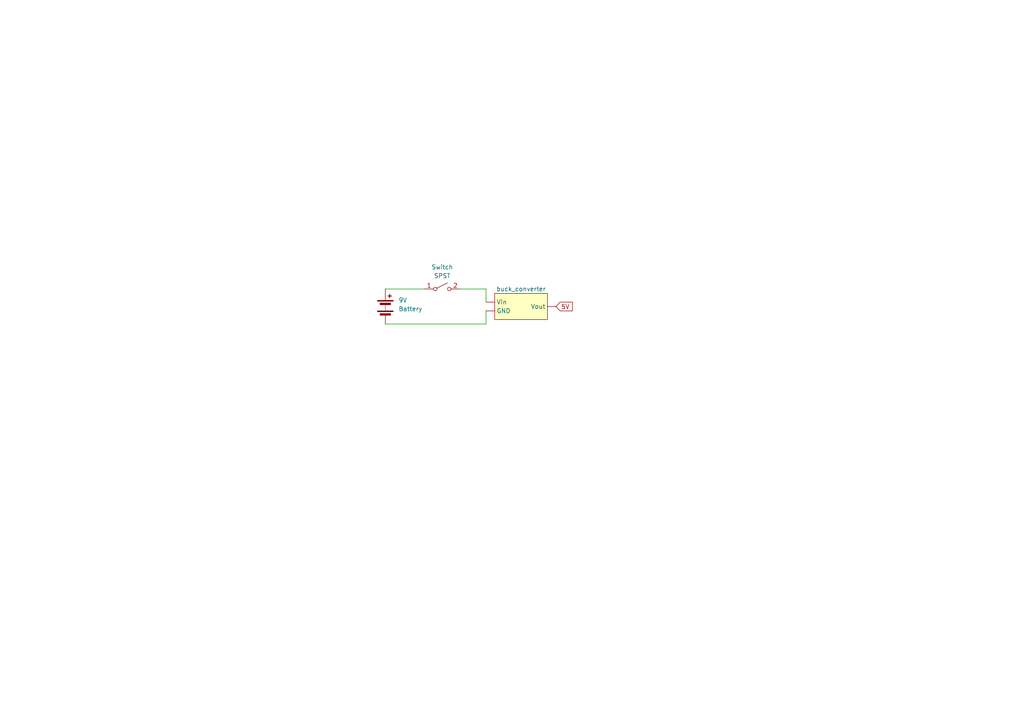
<source format=kicad_sch>
(kicad_sch
	(version 20250114)
	(generator "eeschema")
	(generator_version "9.0")
	(uuid "204f951b-11f9-4b6b-9585-dfce920f6ad7")
	(paper "A4")
	(lib_symbols
		(symbol "Device:Battery"
			(pin_numbers
				(hide yes)
			)
			(pin_names
				(offset 0)
				(hide yes)
			)
			(exclude_from_sim no)
			(in_bom yes)
			(on_board yes)
			(property "Reference" "BT"
				(at 2.54 2.54 0)
				(effects
					(font
						(size 1.27 1.27)
					)
					(justify left)
				)
			)
			(property "Value" "Battery"
				(at 2.54 0 0)
				(effects
					(font
						(size 1.27 1.27)
					)
					(justify left)
				)
			)
			(property "Footprint" ""
				(at 0 1.524 90)
				(effects
					(font
						(size 1.27 1.27)
					)
					(hide yes)
				)
			)
			(property "Datasheet" "~"
				(at 0 1.524 90)
				(effects
					(font
						(size 1.27 1.27)
					)
					(hide yes)
				)
			)
			(property "Description" "Multiple-cell battery"
				(at 0 0 0)
				(effects
					(font
						(size 1.27 1.27)
					)
					(hide yes)
				)
			)
			(property "ki_keywords" "batt voltage-source cell"
				(at 0 0 0)
				(effects
					(font
						(size 1.27 1.27)
					)
					(hide yes)
				)
			)
			(symbol "Battery_0_1"
				(rectangle
					(start -2.286 1.778)
					(end 2.286 1.524)
					(stroke
						(width 0)
						(type default)
					)
					(fill
						(type outline)
					)
				)
				(rectangle
					(start -2.286 -1.27)
					(end 2.286 -1.524)
					(stroke
						(width 0)
						(type default)
					)
					(fill
						(type outline)
					)
				)
				(rectangle
					(start -1.524 1.016)
					(end 1.524 0.508)
					(stroke
						(width 0)
						(type default)
					)
					(fill
						(type outline)
					)
				)
				(rectangle
					(start -1.524 -2.032)
					(end 1.524 -2.54)
					(stroke
						(width 0)
						(type default)
					)
					(fill
						(type outline)
					)
				)
				(polyline
					(pts
						(xy 0 1.778) (xy 0 2.54)
					)
					(stroke
						(width 0)
						(type default)
					)
					(fill
						(type none)
					)
				)
				(polyline
					(pts
						(xy 0 0) (xy 0 0.254)
					)
					(stroke
						(width 0)
						(type default)
					)
					(fill
						(type none)
					)
				)
				(polyline
					(pts
						(xy 0 -0.508) (xy 0 -0.254)
					)
					(stroke
						(width 0)
						(type default)
					)
					(fill
						(type none)
					)
				)
				(polyline
					(pts
						(xy 0 -1.016) (xy 0 -0.762)
					)
					(stroke
						(width 0)
						(type default)
					)
					(fill
						(type none)
					)
				)
				(polyline
					(pts
						(xy 0.762 3.048) (xy 1.778 3.048)
					)
					(stroke
						(width 0.254)
						(type default)
					)
					(fill
						(type none)
					)
				)
				(polyline
					(pts
						(xy 1.27 3.556) (xy 1.27 2.54)
					)
					(stroke
						(width 0.254)
						(type default)
					)
					(fill
						(type none)
					)
				)
			)
			(symbol "Battery_1_1"
				(pin passive line
					(at 0 5.08 270)
					(length 2.54)
					(name "+"
						(effects
							(font
								(size 1.27 1.27)
							)
						)
					)
					(number "1"
						(effects
							(font
								(size 1.27 1.27)
							)
						)
					)
				)
				(pin passive line
					(at 0 -5.08 90)
					(length 2.54)
					(name "-"
						(effects
							(font
								(size 1.27 1.27)
							)
						)
					)
					(number "2"
						(effects
							(font
								(size 1.27 1.27)
							)
						)
					)
				)
			)
			(embedded_fonts no)
		)
		(symbol "New_Library:buck_converter"
			(exclude_from_sim no)
			(in_bom yes)
			(on_board yes)
			(property "Reference" "buck_converter1"
				(at 0 -1.27 0)
				(effects
					(font
						(size 1.27 1.27)
					)
				)
			)
			(property "Value" "~"
				(at 0 0 0)
				(effects
					(font
						(size 1.27 1.27)
					)
					(hide yes)
				)
			)
			(property "Footprint" ""
				(at 0 0 0)
				(effects
					(font
						(size 1.27 1.27)
					)
					(hide yes)
				)
			)
			(property "Datasheet" ""
				(at 0 0 0)
				(effects
					(font
						(size 1.27 1.27)
					)
					(hide yes)
				)
			)
			(property "Description" ""
				(at 0 0 0)
				(effects
					(font
						(size 1.27 1.27)
					)
					(hide yes)
				)
			)
			(symbol "buck_converter_1_1"
				(rectangle
					(start -7.62 -2.54)
					(end 7.62 -10.16)
					(stroke
						(width 0)
						(type solid)
					)
					(fill
						(type background)
					)
				)
				(pin input line
					(at -10.16 -5.08 0)
					(length 2.54)
					(name "Vin"
						(effects
							(font
								(size 1.27 1.27)
							)
						)
					)
					(number ""
						(effects
							(font
								(size 1.27 1.27)
							)
						)
					)
				)
				(pin power_out line
					(at -10.16 -7.62 0)
					(length 2.54)
					(name "GND"
						(effects
							(font
								(size 1.27 1.27)
							)
						)
					)
					(number ""
						(effects
							(font
								(size 1.27 1.27)
							)
						)
					)
				)
				(pin output line
					(at 10.16 -6.35 180)
					(length 2.54)
					(name "Vout"
						(effects
							(font
								(size 1.27 1.27)
							)
						)
					)
					(number ""
						(effects
							(font
								(size 1.27 1.27)
							)
						)
					)
				)
			)
			(embedded_fonts no)
		)
		(symbol "Switch:SW_SPST"
			(pin_names
				(offset 0)
				(hide yes)
			)
			(exclude_from_sim no)
			(in_bom yes)
			(on_board yes)
			(property "Reference" "SW"
				(at 0 3.175 0)
				(effects
					(font
						(size 1.27 1.27)
					)
				)
			)
			(property "Value" "SW_SPST"
				(at 0 -2.54 0)
				(effects
					(font
						(size 1.27 1.27)
					)
				)
			)
			(property "Footprint" ""
				(at 0 0 0)
				(effects
					(font
						(size 1.27 1.27)
					)
					(hide yes)
				)
			)
			(property "Datasheet" "~"
				(at 0 0 0)
				(effects
					(font
						(size 1.27 1.27)
					)
					(hide yes)
				)
			)
			(property "Description" "Single Pole Single Throw (SPST) switch"
				(at 0 0 0)
				(effects
					(font
						(size 1.27 1.27)
					)
					(hide yes)
				)
			)
			(property "ki_keywords" "switch lever"
				(at 0 0 0)
				(effects
					(font
						(size 1.27 1.27)
					)
					(hide yes)
				)
			)
			(symbol "SW_SPST_0_0"
				(circle
					(center -2.032 0)
					(radius 0.508)
					(stroke
						(width 0)
						(type default)
					)
					(fill
						(type none)
					)
				)
				(polyline
					(pts
						(xy -1.524 0.254) (xy 1.524 1.778)
					)
					(stroke
						(width 0)
						(type default)
					)
					(fill
						(type none)
					)
				)
				(circle
					(center 2.032 0)
					(radius 0.508)
					(stroke
						(width 0)
						(type default)
					)
					(fill
						(type none)
					)
				)
			)
			(symbol "SW_SPST_1_1"
				(pin passive line
					(at -5.08 0 0)
					(length 2.54)
					(name "A"
						(effects
							(font
								(size 1.27 1.27)
							)
						)
					)
					(number "1"
						(effects
							(font
								(size 1.27 1.27)
							)
						)
					)
				)
				(pin passive line
					(at 5.08 0 180)
					(length 2.54)
					(name "B"
						(effects
							(font
								(size 1.27 1.27)
							)
						)
					)
					(number "2"
						(effects
							(font
								(size 1.27 1.27)
							)
						)
					)
				)
			)
			(embedded_fonts no)
		)
	)
	(wire
		(pts
			(xy 140.97 83.82) (xy 140.97 87.63)
		)
		(stroke
			(width 0)
			(type default)
		)
		(uuid "0cd19070-2342-451c-875d-3d3c74b3a2f3")
	)
	(wire
		(pts
			(xy 140.97 93.98) (xy 140.97 90.17)
		)
		(stroke
			(width 0)
			(type default)
		)
		(uuid "1117d412-c870-4e37-82e4-9fd2f8249b4c")
	)
	(wire
		(pts
			(xy 111.76 83.82) (xy 123.19 83.82)
		)
		(stroke
			(width 0)
			(type default)
		)
		(uuid "1685b0f5-7926-4e4e-85f7-6202aa8d9d81")
	)
	(wire
		(pts
			(xy 111.76 93.98) (xy 140.97 93.98)
		)
		(stroke
			(width 0)
			(type default)
		)
		(uuid "2882a85d-5b5b-48b5-956d-8be47e32adf1")
	)
	(wire
		(pts
			(xy 133.35 83.82) (xy 140.97 83.82)
		)
		(stroke
			(width 0)
			(type default)
		)
		(uuid "38f8e746-c1d4-479f-ae20-d2aa3e8e36dc")
	)
	(global_label "5V"
		(shape input)
		(at 161.29 88.9 0)
		(fields_autoplaced yes)
		(effects
			(font
				(size 1.27 1.27)
			)
			(justify left)
		)
		(uuid "533cc67a-5013-44eb-8861-b6591bbfddb6")
		(property "Intersheetrefs" "${INTERSHEET_REFS}"
			(at 166.5733 88.9 0)
			(effects
				(font
					(size 1.27 1.27)
				)
				(justify left)
				(hide yes)
			)
		)
	)
	(symbol
		(lib_id "New_Library:buck_converter")
		(at 151.13 82.55 0)
		(unit 1)
		(exclude_from_sim no)
		(in_bom yes)
		(on_board yes)
		(dnp no)
		(uuid "2575d08c-d921-4df5-a464-bb9675e5d2c4")
		(property "Reference" "buck_converter"
			(at 151.13 83.82 0)
			(effects
				(font
					(size 1.27 1.27)
				)
			)
		)
		(property "Value" "~"
			(at 151.13 82.55 0)
			(effects
				(font
					(size 1.27 1.27)
				)
				(hide yes)
			)
		)
		(property "Footprint" ""
			(at 151.13 82.55 0)
			(effects
				(font
					(size 1.27 1.27)
				)
				(hide yes)
			)
		)
		(property "Datasheet" ""
			(at 151.13 82.55 0)
			(effects
				(font
					(size 1.27 1.27)
				)
				(hide yes)
			)
		)
		(property "Description" ""
			(at 151.13 82.55 0)
			(effects
				(font
					(size 1.27 1.27)
				)
				(hide yes)
			)
		)
		(pin ""
			(uuid "5c7d55ac-a8ff-42b8-9591-a657f1f03c32")
		)
		(pin ""
			(uuid "a6b9298e-572e-465f-95a8-8bd9c46536e3")
		)
		(pin ""
			(uuid "29ff8ab7-da19-46ff-9c88-ef015ba874e4")
		)
		(instances
			(project ""
				(path "/7a474c3b-855e-4a89-97e9-3d42055b899d/418c02b2-f48a-48bd-9645-52817b40edf0"
					(reference "buck_converter")
					(unit 1)
				)
			)
		)
	)
	(symbol
		(lib_id "Switch:SW_SPST")
		(at 128.27 83.82 0)
		(unit 1)
		(exclude_from_sim no)
		(in_bom yes)
		(on_board yes)
		(dnp no)
		(fields_autoplaced yes)
		(uuid "6ab6e752-3d75-45c8-9c8b-593a120031a6")
		(property "Reference" "Switch"
			(at 128.27 77.47 0)
			(effects
				(font
					(size 1.27 1.27)
				)
			)
		)
		(property "Value" "SPST"
			(at 128.27 80.01 0)
			(effects
				(font
					(size 1.27 1.27)
				)
			)
		)
		(property "Footprint" ""
			(at 128.27 83.82 0)
			(effects
				(font
					(size 1.27 1.27)
				)
				(hide yes)
			)
		)
		(property "Datasheet" "~"
			(at 128.27 83.82 0)
			(effects
				(font
					(size 1.27 1.27)
				)
				(hide yes)
			)
		)
		(property "Description" "Single Pole Single Throw (SPST) switch"
			(at 128.27 83.82 0)
			(effects
				(font
					(size 1.27 1.27)
				)
				(hide yes)
			)
		)
		(pin "1"
			(uuid "9439a568-d3f1-4c19-a1c1-aa31ea83e6c3")
		)
		(pin "2"
			(uuid "b109cb71-14ba-4e0d-be1d-ab0b3e6168e4")
		)
		(instances
			(project ""
				(path "/7a474c3b-855e-4a89-97e9-3d42055b899d/418c02b2-f48a-48bd-9645-52817b40edf0"
					(reference "Switch")
					(unit 1)
				)
			)
		)
	)
	(symbol
		(lib_id "Device:Battery")
		(at 111.76 88.9 0)
		(unit 1)
		(exclude_from_sim no)
		(in_bom yes)
		(on_board yes)
		(dnp no)
		(fields_autoplaced yes)
		(uuid "cc3fa8b0-8aae-4bac-ac87-5102c7529f8e")
		(property "Reference" "9V"
			(at 115.57 87.0584 0)
			(effects
				(font
					(size 1.27 1.27)
				)
				(justify left)
			)
		)
		(property "Value" "Battery"
			(at 115.57 89.5984 0)
			(effects
				(font
					(size 1.27 1.27)
				)
				(justify left)
			)
		)
		(property "Footprint" ""
			(at 111.76 87.376 90)
			(effects
				(font
					(size 1.27 1.27)
				)
				(hide yes)
			)
		)
		(property "Datasheet" "~"
			(at 111.76 87.376 90)
			(effects
				(font
					(size 1.27 1.27)
				)
				(hide yes)
			)
		)
		(property "Description" "Multiple-cell battery"
			(at 111.76 88.9 0)
			(effects
				(font
					(size 1.27 1.27)
				)
				(hide yes)
			)
		)
		(pin "2"
			(uuid "a1cc9acb-9e6f-49f8-9662-01790b52a6cf")
		)
		(pin "1"
			(uuid "987d0115-38de-43f4-8e5b-33bf62263a4e")
		)
		(instances
			(project ""
				(path "/7a474c3b-855e-4a89-97e9-3d42055b899d/418c02b2-f48a-48bd-9645-52817b40edf0"
					(reference "9V")
					(unit 1)
				)
			)
		)
	)
)

</source>
